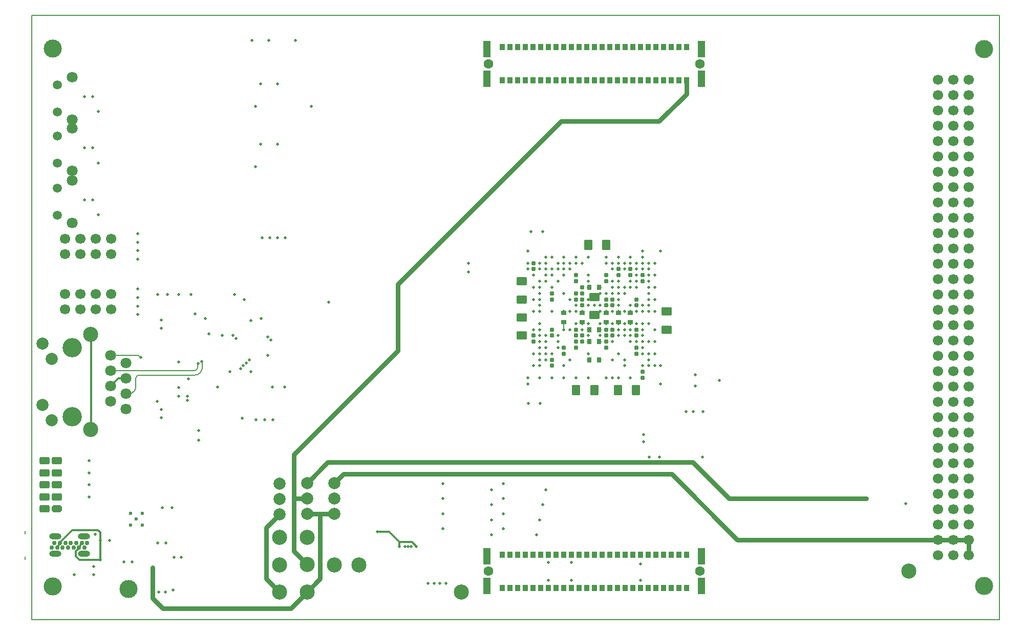
<source format=gbl>
G04*
G04 #@! TF.GenerationSoftware,Altium Limited,Altium Designer,19.0.10 (269)*
G04*
G04 Layer_Physical_Order=6*
G04 Layer_Color=16711680*
%FSLAX44Y44*%
%MOMM*%
G71*
G01*
G75*
%ADD10C,0.1500*%
G04:AMPARAMS|DCode=57|XSize=0.75mm|YSize=0.9mm|CornerRadius=0.0938mm|HoleSize=0mm|Usage=FLASHONLY|Rotation=0.000|XOffset=0mm|YOffset=0mm|HoleType=Round|Shape=RoundedRectangle|*
%AMROUNDEDRECTD57*
21,1,0.7500,0.7125,0,0,0.0*
21,1,0.5625,0.9000,0,0,0.0*
1,1,0.1875,0.2813,-0.3563*
1,1,0.1875,-0.2813,-0.3563*
1,1,0.1875,-0.2813,0.3563*
1,1,0.1875,0.2813,0.3563*
%
%ADD57ROUNDEDRECTD57*%
G04:AMPARAMS|DCode=60|XSize=0.75mm|YSize=0.9mm|CornerRadius=0.0938mm|HoleSize=0mm|Usage=FLASHONLY|Rotation=90.000|XOffset=0mm|YOffset=0mm|HoleType=Round|Shape=RoundedRectangle|*
%AMROUNDEDRECTD60*
21,1,0.7500,0.7125,0,0,90.0*
21,1,0.5625,0.9000,0,0,90.0*
1,1,0.1875,0.3563,0.2813*
1,1,0.1875,0.3563,-0.2813*
1,1,0.1875,-0.3563,-0.2813*
1,1,0.1875,-0.3563,0.2813*
%
%ADD60ROUNDEDRECTD60*%
G04:AMPARAMS|DCode=75|XSize=0.6mm|YSize=0.6mm|CornerRadius=0.075mm|HoleSize=0mm|Usage=FLASHONLY|Rotation=270.000|XOffset=0mm|YOffset=0mm|HoleType=Round|Shape=RoundedRectangle|*
%AMROUNDEDRECTD75*
21,1,0.6000,0.4500,0,0,270.0*
21,1,0.4500,0.6000,0,0,270.0*
1,1,0.1500,-0.2250,-0.2250*
1,1,0.1500,-0.2250,0.2250*
1,1,0.1500,0.2250,0.2250*
1,1,0.1500,0.2250,-0.2250*
%
%ADD75ROUNDEDRECTD75*%
%ADD80R,1.2000X2.7000*%
G04:AMPARAMS|DCode=81|XSize=0.8mm|YSize=1.1mm|CornerRadius=0.1mm|HoleSize=0mm|Usage=FLASHONLY|Rotation=180.000|XOffset=0mm|YOffset=0mm|HoleType=Round|Shape=RoundedRectangle|*
%AMROUNDEDRECTD81*
21,1,0.8000,0.9000,0,0,180.0*
21,1,0.6000,1.1000,0,0,180.0*
1,1,0.2000,-0.3000,0.4500*
1,1,0.2000,0.3000,0.4500*
1,1,0.2000,0.3000,-0.4500*
1,1,0.2000,-0.3000,-0.4500*
%
%ADD81ROUNDEDRECTD81*%
%ADD82C,0.3500*%
%ADD83C,0.8000*%
%ADD84C,2.5000*%
%ADD85C,2.0000*%
%ADD86C,3.0000*%
%ADD87C,1.7000*%
%ADD88C,1.5000*%
%ADD89C,1.8000*%
%ADD90C,3.2000*%
%ADD91C,1.6000*%
G04:AMPARAMS|DCode=92|XSize=1.2192mm|YSize=1.7272mm|CornerRadius=0.3048mm|HoleSize=0mm|Usage=FLASHONLY|Rotation=270.000|XOffset=0mm|YOffset=0mm|HoleType=Round|Shape=RoundedRectangle|*
%AMROUNDEDRECTD92*
21,1,1.2192,1.1176,0,0,270.0*
21,1,0.6096,1.7272,0,0,270.0*
1,1,0.6096,-0.5588,-0.3048*
1,1,0.6096,-0.5588,0.3048*
1,1,0.6096,0.5588,0.3048*
1,1,0.6096,0.5588,-0.3048*
%
%ADD92ROUNDEDRECTD92*%
G04:AMPARAMS|DCode=93|XSize=1.2192mm|YSize=1.7272mm|CornerRadius=0mm|HoleSize=0mm|Usage=FLASHONLY|Rotation=270.000|XOffset=0mm|YOffset=0mm|HoleType=Round|Shape=Octagon|*
%AMOCTAGOND93*
4,1,8,0.8636,0.3048,0.8636,-0.3048,0.5588,-0.6096,-0.5588,-0.6096,-0.8636,-0.3048,-0.8636,0.3048,-0.5588,0.6096,0.5588,0.6096,0.8636,0.3048,0.0*
%
%ADD93OCTAGOND93*%

%ADD94O,2.0000X1.0000*%
%ADD95C,0.7500*%
%ADD96C,0.5000*%
%ADD97C,0.6000*%
G04:AMPARAMS|DCode=110|XSize=1.75mm|YSize=1.35mm|CornerRadius=0.1688mm|HoleSize=0mm|Usage=FLASHONLY|Rotation=180.000|XOffset=0mm|YOffset=0mm|HoleType=Round|Shape=RoundedRectangle|*
%AMROUNDEDRECTD110*
21,1,1.7500,1.0125,0,0,180.0*
21,1,1.4125,1.3500,0,0,180.0*
1,1,0.3375,-0.7063,0.5063*
1,1,0.3375,0.7063,0.5063*
1,1,0.3375,0.7063,-0.5063*
1,1,0.3375,-0.7063,-0.5063*
%
%ADD110ROUNDEDRECTD110*%
G04:AMPARAMS|DCode=111|XSize=1.75mm|YSize=1.35mm|CornerRadius=0.1688mm|HoleSize=0mm|Usage=FLASHONLY|Rotation=90.000|XOffset=0mm|YOffset=0mm|HoleType=Round|Shape=RoundedRectangle|*
%AMROUNDEDRECTD111*
21,1,1.7500,1.0125,0,0,90.0*
21,1,1.4125,1.3500,0,0,90.0*
1,1,0.3375,0.5063,0.7063*
1,1,0.3375,0.5063,-0.7063*
1,1,0.3375,-0.5063,-0.7063*
1,1,0.3375,-0.5063,0.7063*
%
%ADD111ROUNDEDRECTD111*%
D10*
X160654Y374100D02*
G03*
X172000Y385446I0J11346D01*
G01*
X269000Y404500D02*
G03*
X282000Y417500I0J13000D01*
G01*
X177000Y404500D02*
G03*
X172000Y399500I0J-5000D01*
G01*
X269003Y412200D02*
G03*
X274304Y417501I0J5301D01*
G01*
X130500Y437600D02*
X176150D01*
X180000Y433750D01*
X172000Y385446D02*
Y399500D01*
X155900Y374100D02*
X160654D01*
X130500Y412200D02*
X269003D01*
X177000Y404500D02*
X269000D01*
X274209Y423183D02*
X275000Y424000D01*
X282000Y417500D02*
Y426500D01*
X274209Y423183D02*
X274304Y417501D01*
X880000Y480000D02*
Y492000D01*
X45500Y126800D02*
X46500D01*
X42000Y119000D02*
X43000Y118000D01*
X42000Y119000D02*
Y119000D01*
X0Y0D02*
X1600000D01*
Y1000000D01*
X0D02*
X1600000D01*
X0Y0D02*
Y1000000D01*
X-11500Y99900D02*
Y103900D01*
Y141900D02*
Y145900D01*
D57*
X922000Y460000D02*
D03*
X938000D02*
D03*
X922000Y430000D02*
D03*
X938000D02*
D03*
X922000Y550000D02*
D03*
X938000D02*
D03*
X922000Y480000D02*
D03*
X938000D02*
D03*
D60*
X970000Y508000D02*
D03*
Y492000D02*
D03*
X950000Y508000D02*
D03*
Y492000D02*
D03*
X880000D02*
D03*
Y508000D02*
D03*
X990000Y508000D02*
D03*
Y492000D02*
D03*
X910000Y492000D02*
D03*
Y508000D02*
D03*
D75*
X830000Y590000D02*
D03*
X830000Y580000D02*
D03*
X960000Y530000D02*
D03*
X960000Y520000D02*
D03*
X1000000Y440000D02*
D03*
X1000000Y450000D02*
D03*
X910000Y530000D02*
D03*
X910000Y520000D02*
D03*
X950000Y470000D02*
D03*
X950000Y480000D02*
D03*
X990000Y570000D02*
D03*
X990000Y580000D02*
D03*
X860000Y530000D02*
D03*
X860000Y540000D02*
D03*
X1010000Y570000D02*
D03*
X1010000Y560000D02*
D03*
X1000000Y530000D02*
D03*
X1000000Y520000D02*
D03*
X950000Y570000D02*
D03*
X950000Y560000D02*
D03*
X830000Y460000D02*
D03*
X830000Y470000D02*
D03*
X910000Y550000D02*
D03*
X910000Y540000D02*
D03*
X900000Y570000D02*
D03*
X900000Y560000D02*
D03*
X950000Y520000D02*
D03*
X950000Y530000D02*
D03*
X900000Y450000D02*
D03*
X900000Y460000D02*
D03*
X900000Y470000D02*
D03*
X900000Y480000D02*
D03*
X860000Y420000D02*
D03*
X860000Y430000D02*
D03*
X910000Y460000D02*
D03*
X910000Y470000D02*
D03*
X880000Y440000D02*
D03*
X880000Y450000D02*
D03*
X900000Y540000D02*
D03*
X900000Y530000D02*
D03*
X1010000Y400000D02*
D03*
X1010000Y410000D02*
D03*
X950000Y450000D02*
D03*
X950000Y460000D02*
D03*
X860000Y480000D02*
D03*
X860000Y470000D02*
D03*
X1000000Y480000D02*
D03*
X1000000Y470000D02*
D03*
X970000Y580000D02*
D03*
X970000Y570000D02*
D03*
X960000Y470000D02*
D03*
X960000Y480000D02*
D03*
D80*
X752500Y895500D02*
D03*
Y944500D02*
D03*
X1107500Y895500D02*
D03*
Y944500D02*
D03*
X752500Y55500D02*
D03*
Y104500D02*
D03*
X1107500Y55500D02*
D03*
Y104500D02*
D03*
D81*
X777600Y892500D02*
D03*
D03*
X790300D02*
D03*
X803000D02*
D03*
X815700D02*
D03*
X828400D02*
D03*
X841100D02*
D03*
X853800D02*
D03*
X866500D02*
D03*
X879200D02*
D03*
X891900D02*
D03*
X904600D02*
D03*
X917300D02*
D03*
X930000D02*
D03*
X942700D02*
D03*
X955400D02*
D03*
X968100D02*
D03*
X980800D02*
D03*
X993500D02*
D03*
X1006200D02*
D03*
X1018900D02*
D03*
X777600Y947500D02*
D03*
D03*
X790300D02*
D03*
X803000D02*
D03*
X815700D02*
D03*
X828400D02*
D03*
X841100D02*
D03*
X853800D02*
D03*
X866500D02*
D03*
X879200D02*
D03*
X891900D02*
D03*
X904600D02*
D03*
X917300D02*
D03*
X930000D02*
D03*
X942700D02*
D03*
X955400D02*
D03*
X968100D02*
D03*
X980800D02*
D03*
X993500D02*
D03*
X1006200D02*
D03*
X1018900D02*
D03*
X1044300D02*
D03*
X1057000D02*
D03*
X1031600Y892500D02*
D03*
X1044300D02*
D03*
X1057000D02*
D03*
X1069700D02*
D03*
X1031600Y947500D02*
D03*
X1069700D02*
D03*
X1082400D02*
D03*
Y892500D02*
D03*
X777600Y52500D02*
D03*
D03*
X790300D02*
D03*
X803000D02*
D03*
X815700D02*
D03*
X828400D02*
D03*
X841100D02*
D03*
X853800D02*
D03*
X866500D02*
D03*
X879200D02*
D03*
X891900D02*
D03*
X904600D02*
D03*
X917300D02*
D03*
X930000D02*
D03*
X942700D02*
D03*
X955400D02*
D03*
X968100D02*
D03*
X980800D02*
D03*
X993500D02*
D03*
X1006200D02*
D03*
X1018900D02*
D03*
X777600Y107500D02*
D03*
D03*
X790300D02*
D03*
X803000D02*
D03*
X815700D02*
D03*
X828400D02*
D03*
X841100D02*
D03*
X853800D02*
D03*
X866500D02*
D03*
X879200D02*
D03*
X891900D02*
D03*
X904600D02*
D03*
X917300D02*
D03*
X930000D02*
D03*
X942700D02*
D03*
X955400D02*
D03*
X968100D02*
D03*
X980800D02*
D03*
X993500D02*
D03*
X1006200D02*
D03*
X1018900D02*
D03*
X1044300D02*
D03*
X1057000D02*
D03*
X1031600Y52500D02*
D03*
X1044300D02*
D03*
X1057000D02*
D03*
X1069700D02*
D03*
X1031600Y107500D02*
D03*
X1069700D02*
D03*
X1082400D02*
D03*
Y52500D02*
D03*
D82*
X143200Y399500D02*
X155900D01*
X130500Y386800D02*
X143200Y399500D01*
X45500Y126800D02*
X66700Y148000D01*
X73000Y113000D02*
X78500Y118500D01*
X113000Y131000D02*
Y144000D01*
X109000Y148000D02*
X113000Y144000D01*
X66700Y148000D02*
X109000D01*
X98000Y314000D02*
Y471370D01*
X97480Y471890D02*
X98000Y471370D01*
X97590Y314410D02*
X98000Y314000D01*
X97480Y314410D02*
X97590D01*
X628936Y128000D02*
X636000Y120936D01*
X591000Y145000D02*
X608000Y128000D01*
X571000Y145000D02*
X591000D01*
X608000Y128000D02*
X628936D01*
X608000Y121000D02*
Y128000D01*
X635970Y120906D02*
X636000Y120936D01*
X78000Y119000D02*
X82500Y126800D01*
X79000Y99000D02*
X113000D01*
X73000Y105000D02*
X79000Y99000D01*
X73000Y105000D02*
Y113000D01*
X113000Y99000D02*
Y131000D01*
X42000Y119000D02*
X46500Y126800D01*
X78000Y119000D02*
X78000D01*
D83*
X875000Y825000D02*
X1037400D01*
X605000Y555000D02*
X875000Y825000D01*
X605000Y445000D02*
Y555000D01*
X428000Y18000D02*
X455000Y45000D01*
X217000Y18000D02*
X428000D01*
X200000Y35000D02*
X217000Y18000D01*
X1375000Y200000D02*
X1380000D01*
X1370000D02*
X1375000D01*
X1153000D02*
X1370000D01*
X1037400Y825000D02*
X1082400Y870000D01*
X433000Y113000D02*
X455000Y91000D01*
X433000Y113000D02*
Y200000D01*
X455000D01*
X433000D02*
Y273000D01*
X1082400Y870000D02*
Y892500D01*
X433000Y273000D02*
X605000Y445000D01*
X1058000Y241000D02*
X1167000Y132000D01*
X515600Y241000D02*
X1058000D01*
X500000Y225400D02*
X515600Y241000D01*
X1093000Y260000D02*
X1153000Y200000D01*
X489600Y260000D02*
X1093000D01*
X455000Y225400D02*
X489600Y260000D01*
X1523600Y132000D02*
X1549000D01*
X1498200D02*
X1523600D01*
X1167000D02*
X1498200D01*
X1549000Y106600D02*
Y132000D01*
X409000Y224000D02*
X410000Y225000D01*
X388000Y152200D02*
X410000Y174200D01*
X388000Y66996D02*
Y152200D01*
Y66996D02*
X410000Y44996D01*
X477000Y67000D02*
Y174600D01*
X455000D02*
X477000D01*
X478000Y174200D02*
X478400Y174600D01*
X500000D01*
X455000Y45000D02*
X477000Y67000D01*
X200000Y80000D02*
Y86000D01*
Y74000D02*
Y80000D01*
Y35000D02*
Y74000D01*
D84*
X541000Y90000D02*
D03*
X455000Y45000D02*
D03*
X410000Y44996D02*
D03*
X97480Y471890D02*
D03*
Y314410D02*
D03*
X1450000Y80000D02*
D03*
X410000Y90000D02*
D03*
X710000Y45000D02*
D03*
X500000Y90000D02*
D03*
X455000Y136000D02*
D03*
X410000D02*
D03*
X455000Y91000D02*
D03*
D85*
Y200000D02*
D03*
X455000Y225400D02*
D03*
Y174600D02*
D03*
X500000Y200000D02*
D03*
X500000Y225400D02*
D03*
Y174600D02*
D03*
X410000Y199600D02*
D03*
X410000Y225000D02*
D03*
Y174200D02*
D03*
X17978Y456396D02*
D03*
X33218Y329904D02*
D03*
Y430996D02*
D03*
X17978Y355304D02*
D03*
D86*
X160000Y50000D02*
D03*
X35000Y945000D02*
D03*
Y55000D02*
D03*
X1575000Y55500D02*
D03*
Y944500D02*
D03*
D87*
X55000Y539000D02*
D03*
Y513600D02*
D03*
X80400D02*
D03*
Y539000D02*
D03*
X131200D02*
D03*
Y513600D02*
D03*
X105800D02*
D03*
Y539000D02*
D03*
X55000Y630700D02*
D03*
Y605300D02*
D03*
X80400D02*
D03*
Y630700D02*
D03*
X131200D02*
D03*
Y605300D02*
D03*
X105800D02*
D03*
Y630700D02*
D03*
X1549000Y894000D02*
D03*
X1498200D02*
D03*
X1549000Y868600D02*
D03*
Y843200D02*
D03*
Y817800D02*
D03*
Y792400D02*
D03*
Y767000D02*
D03*
Y741600D02*
D03*
Y716200D02*
D03*
Y690800D02*
D03*
Y665400D02*
D03*
Y640000D02*
D03*
Y614600D02*
D03*
Y589200D02*
D03*
Y563800D02*
D03*
Y538400D02*
D03*
Y513000D02*
D03*
Y487600D02*
D03*
Y462200D02*
D03*
Y436800D02*
D03*
Y411400D02*
D03*
Y386000D02*
D03*
Y360600D02*
D03*
Y335200D02*
D03*
Y309800D02*
D03*
Y284400D02*
D03*
Y259000D02*
D03*
Y233600D02*
D03*
Y208200D02*
D03*
Y182800D02*
D03*
Y157400D02*
D03*
Y132000D02*
D03*
Y106600D02*
D03*
X1523600Y894000D02*
D03*
Y868600D02*
D03*
Y843200D02*
D03*
Y817800D02*
D03*
Y792400D02*
D03*
Y767000D02*
D03*
Y741600D02*
D03*
Y716200D02*
D03*
Y690800D02*
D03*
Y665400D02*
D03*
Y640000D02*
D03*
Y614600D02*
D03*
Y589200D02*
D03*
Y563800D02*
D03*
Y538400D02*
D03*
Y513000D02*
D03*
Y487600D02*
D03*
Y462200D02*
D03*
Y436800D02*
D03*
Y411400D02*
D03*
Y386000D02*
D03*
Y360600D02*
D03*
Y335200D02*
D03*
Y309800D02*
D03*
Y284400D02*
D03*
Y259000D02*
D03*
Y233600D02*
D03*
Y208200D02*
D03*
Y182800D02*
D03*
Y157400D02*
D03*
Y132000D02*
D03*
Y106600D02*
D03*
X1498200Y868600D02*
D03*
Y843200D02*
D03*
Y817800D02*
D03*
Y792400D02*
D03*
Y767000D02*
D03*
Y741600D02*
D03*
Y716200D02*
D03*
Y690800D02*
D03*
Y665400D02*
D03*
Y640000D02*
D03*
Y614600D02*
D03*
Y589200D02*
D03*
Y563800D02*
D03*
Y538400D02*
D03*
Y513000D02*
D03*
Y487600D02*
D03*
Y462200D02*
D03*
Y436800D02*
D03*
Y411400D02*
D03*
Y386000D02*
D03*
Y360600D02*
D03*
Y335200D02*
D03*
Y309800D02*
D03*
Y284400D02*
D03*
Y259000D02*
D03*
Y233600D02*
D03*
Y208200D02*
D03*
Y182800D02*
D03*
Y157400D02*
D03*
Y132000D02*
D03*
Y106600D02*
D03*
D88*
X42000Y885500D02*
D03*
Y840500D02*
D03*
Y714500D02*
D03*
Y669500D02*
D03*
Y800500D02*
D03*
Y755500D02*
D03*
D89*
X67000Y898000D02*
D03*
Y828000D02*
D03*
Y727000D02*
D03*
Y657000D02*
D03*
Y813000D02*
D03*
Y743000D02*
D03*
X155900Y399500D02*
D03*
X130500Y386800D02*
D03*
X155900Y424900D02*
D03*
X130500Y437600D02*
D03*
Y412200D02*
D03*
X155900Y374100D02*
D03*
Y348700D02*
D03*
X130500Y361400D02*
D03*
D90*
X67000Y450300D02*
D03*
Y336000D02*
D03*
D91*
X1104500Y920000D02*
D03*
X755500D02*
D03*
X1104500Y80000D02*
D03*
X755500D02*
D03*
Y920000D02*
D03*
X1104500D02*
D03*
X755500Y80000D02*
D03*
X1104500D02*
D03*
D92*
X41000Y243000D02*
D03*
X21000D02*
D03*
X41000Y263000D02*
D03*
Y203000D02*
D03*
Y223000D02*
D03*
X21000Y263000D02*
D03*
Y203000D02*
D03*
Y223000D02*
D03*
Y183000D02*
D03*
D93*
X41000D02*
D03*
D94*
X86500Y108600D02*
D03*
X38500D02*
D03*
Y137200D02*
D03*
X86500D02*
D03*
D95*
X33000Y119000D02*
D03*
X42000D02*
D03*
X51000D02*
D03*
X60000D02*
D03*
X69000D02*
D03*
X37500Y126800D02*
D03*
X46500D02*
D03*
X55500D02*
D03*
X64500D02*
D03*
X73500D02*
D03*
X78000Y119000D02*
D03*
X82500Y126800D02*
D03*
X87000Y119000D02*
D03*
X91500Y126800D02*
D03*
D96*
X180000Y433750D02*
D03*
X281000Y427500D02*
D03*
X275000Y424000D02*
D03*
X940000Y550000D02*
D03*
X920000D02*
D03*
X70000Y74000D02*
D03*
X920000Y470000D02*
D03*
X1445000Y192000D02*
D03*
X777600Y52500D02*
D03*
X790300D02*
D03*
X803000D02*
D03*
X815700D02*
D03*
X828400D02*
D03*
X841100D02*
D03*
X853800D02*
D03*
X942700D02*
D03*
X930000D02*
D03*
X917300D02*
D03*
X904600D02*
D03*
X891900D02*
D03*
X879200D02*
D03*
X866500D02*
D03*
X1031600D02*
D03*
X1018900D02*
D03*
X1006200D02*
D03*
X993500D02*
D03*
X980800D02*
D03*
X968100D02*
D03*
X955400D02*
D03*
X1082400D02*
D03*
X1069700D02*
D03*
X1057000D02*
D03*
X1044300D02*
D03*
X777600Y107500D02*
D03*
X790300D02*
D03*
X803000D02*
D03*
X815700D02*
D03*
X828400D02*
D03*
X841100D02*
D03*
X853800D02*
D03*
X942700D02*
D03*
X930000D02*
D03*
X917300D02*
D03*
X904600D02*
D03*
X891900D02*
D03*
X879200D02*
D03*
X866500D02*
D03*
X1031600D02*
D03*
X1018900D02*
D03*
X1006200D02*
D03*
X993500D02*
D03*
X980800D02*
D03*
X968100D02*
D03*
X955400D02*
D03*
X1082400D02*
D03*
X1069700D02*
D03*
X1057000D02*
D03*
X1044300D02*
D03*
X777600Y947500D02*
D03*
X790300D02*
D03*
X803000D02*
D03*
X815700D02*
D03*
X828400D02*
D03*
X841100D02*
D03*
X853800D02*
D03*
X942700D02*
D03*
X930000D02*
D03*
X917300D02*
D03*
X904600D02*
D03*
X891900D02*
D03*
X879200D02*
D03*
X866500D02*
D03*
X1031600D02*
D03*
X1018900D02*
D03*
X1006200D02*
D03*
X993500D02*
D03*
X980800D02*
D03*
X968100D02*
D03*
X955400D02*
D03*
X1082400D02*
D03*
X1069700D02*
D03*
X1057000D02*
D03*
X1044300D02*
D03*
Y892500D02*
D03*
X1057000D02*
D03*
X1069700D02*
D03*
X1082400D02*
D03*
X955400D02*
D03*
X968100D02*
D03*
X980800D02*
D03*
X993500D02*
D03*
X1006200D02*
D03*
X1018900D02*
D03*
X1031600D02*
D03*
X866500D02*
D03*
X879200D02*
D03*
X891900D02*
D03*
X904600D02*
D03*
X917300D02*
D03*
X930000D02*
D03*
X942700D02*
D03*
X853800D02*
D03*
X841100D02*
D03*
X828400D02*
D03*
X815700D02*
D03*
X803000D02*
D03*
X790300D02*
D03*
X777600D02*
D03*
X1380000Y200000D02*
D03*
X1375000D02*
D03*
X680000Y225000D02*
D03*
Y200000D02*
D03*
Y175000D02*
D03*
Y150000D02*
D03*
X835000Y140000D02*
D03*
X840000Y165000D02*
D03*
X760000D02*
D03*
X845000Y190000D02*
D03*
X850000Y215000D02*
D03*
X760000D02*
D03*
X780000Y225000D02*
D03*
X760000Y190000D02*
D03*
X780000Y200000D02*
D03*
Y175000D02*
D03*
Y150000D02*
D03*
X760000Y140000D02*
D03*
X950000Y620000D02*
D03*
X920000D02*
D03*
X1050000Y480000D02*
D03*
Y510000D02*
D03*
X1030000Y530000D02*
D03*
Y510000D02*
D03*
X1000000Y380000D02*
D03*
X970000D02*
D03*
X930000D02*
D03*
X900000D02*
D03*
X920000Y600000D02*
D03*
Y400000D02*
D03*
X810000Y560000D02*
D03*
Y530000D02*
D03*
X810000Y470000D02*
D03*
Y500000D02*
D03*
X880000Y480000D02*
D03*
X930000Y500000D02*
D03*
X1370000Y200000D02*
D03*
X722000Y575000D02*
D03*
Y590000D02*
D03*
X820000D02*
D03*
X462000Y850000D02*
D03*
X392000Y959000D02*
D03*
X491000Y525000D02*
D03*
X110000Y841000D02*
D03*
Y756000D02*
D03*
Y670000D02*
D03*
X370000Y750000D02*
D03*
Y850000D02*
D03*
X419000Y632000D02*
D03*
X406300D02*
D03*
X393600D02*
D03*
X380900D02*
D03*
X101000Y866000D02*
D03*
X87000D02*
D03*
X101000Y781000D02*
D03*
X87000D02*
D03*
X101000Y695000D02*
D03*
X87000D02*
D03*
X406000Y787000D02*
D03*
X378000D02*
D03*
X406000Y887000D02*
D03*
X378000Y887000D02*
D03*
X364000Y959000D02*
D03*
X436000D02*
D03*
X175000Y547000D02*
D03*
X175000Y533000D02*
D03*
Y519000D02*
D03*
Y505000D02*
D03*
X175000Y638700D02*
D03*
X175000Y624700D02*
D03*
Y610700D02*
D03*
Y596700D02*
D03*
X821000Y358000D02*
D03*
X841000D02*
D03*
X825000Y642000D02*
D03*
X845000D02*
D03*
X860000Y470000D02*
D03*
X860000Y480000D02*
D03*
X262999Y538000D02*
D03*
X243000D02*
D03*
X224000D02*
D03*
X208000D02*
D03*
X270000Y506000D02*
D03*
X315000Y470000D02*
D03*
X214000Y482000D02*
D03*
Y496000D02*
D03*
X332500Y470000D02*
D03*
X337500Y465000D02*
D03*
X276000Y313000D02*
D03*
Y297000D02*
D03*
X418000Y385000D02*
D03*
X390000Y467500D02*
D03*
X395000Y462500D02*
D03*
X345000Y415000D02*
D03*
X350000Y420000D02*
D03*
X355000Y425000D02*
D03*
X360000Y430000D02*
D03*
X399000Y331000D02*
D03*
X371000D02*
D03*
X385000D02*
D03*
X348000Y333000D02*
D03*
X390000Y437500D02*
D03*
X327500Y410240D02*
D03*
X307500Y385000D02*
D03*
X362500Y410240D02*
D03*
X335000Y538000D02*
D03*
X351000Y530000D02*
D03*
X362500Y495000D02*
D03*
X379000Y498000D02*
D03*
X287000D02*
D03*
X292620Y473000D02*
D03*
X398000Y385000D02*
D03*
X259000Y398000D02*
D03*
X257000Y370000D02*
D03*
Y363000D02*
D03*
X243000Y370000D02*
D03*
Y384000D02*
D03*
X207000Y361000D02*
D03*
X214500Y334000D02*
D03*
Y348000D02*
D03*
X242500Y426000D02*
D03*
X200000Y86000D02*
D03*
Y80000D02*
D03*
Y74000D02*
D03*
X685000Y60000D02*
D03*
X675000D02*
D03*
X665000D02*
D03*
X655000D02*
D03*
X571000Y145000D02*
D03*
X626970Y121000D02*
D03*
X621970D02*
D03*
X616970D02*
D03*
X635970Y120906D02*
D03*
X608000Y121000D02*
D03*
X233500Y49000D02*
D03*
X247000Y103000D02*
D03*
X235500D02*
D03*
X210000Y44996D02*
D03*
X220500D02*
D03*
X113000Y99000D02*
D03*
X920000Y440000D02*
D03*
X232000Y185000D02*
D03*
X216000D02*
D03*
X95000Y263000D02*
D03*
Y243000D02*
D03*
Y223000D02*
D03*
Y203000D02*
D03*
X105000Y141000D02*
D03*
X129000Y131000D02*
D03*
X166000Y95000D02*
D03*
X152000D02*
D03*
X113000Y131000D02*
D03*
X208000Y127000D02*
D03*
X222000D02*
D03*
X102000Y74000D02*
D03*
Y88000D02*
D03*
X1012000Y306000D02*
D03*
X1137000Y396000D02*
D03*
X1097000Y386800D02*
D03*
X891900Y94800D02*
D03*
Y65200D02*
D03*
X853800Y94800D02*
D03*
Y65200D02*
D03*
X1006200D02*
D03*
Y92300D02*
D03*
X1038000Y269000D02*
D03*
X1012000Y294000D02*
D03*
X1021000Y269000D02*
D03*
X1109000D02*
D03*
X1110000Y344000D02*
D03*
X1082000D02*
D03*
X1094000D02*
D03*
X1097000Y405000D02*
D03*
X1040000Y420000D02*
D03*
X960000Y590000D02*
D03*
X980000Y580000D02*
D03*
X1020000Y510000D02*
D03*
X1010000D02*
D03*
X1000000D02*
D03*
X990000D02*
D03*
X980000D02*
D03*
X910000D02*
D03*
X900000D02*
D03*
X890000D02*
D03*
X880000D02*
D03*
X860000D02*
D03*
X840000D02*
D03*
X830000D02*
D03*
X840000Y520000D02*
D03*
X910000D02*
D03*
X940000D02*
D03*
X950000D02*
D03*
X960000D02*
D03*
X970000D02*
D03*
X990000D02*
D03*
X1010000D02*
D03*
X1020000D02*
D03*
X830000Y530000D02*
D03*
X840000D02*
D03*
X860000D02*
D03*
X890000D02*
D03*
X910000D02*
D03*
X950000D02*
D03*
X960000D02*
D03*
X1020000D02*
D03*
X840000Y540000D02*
D03*
X860000D02*
D03*
X880000D02*
D03*
X940000D02*
D03*
X950000D02*
D03*
X960000D02*
D03*
X980000D02*
D03*
X1020000D02*
D03*
X830000Y550000D02*
D03*
X840000D02*
D03*
X860000D02*
D03*
X910000D02*
D03*
X960000D02*
D03*
X970000D02*
D03*
X980000D02*
D03*
X990000D02*
D03*
X1000000D02*
D03*
X1020000D02*
D03*
X1030000D02*
D03*
X840000Y560000D02*
D03*
X850000D02*
D03*
X870000D02*
D03*
X920000D02*
D03*
X960000D02*
D03*
X970000D02*
D03*
X990000D02*
D03*
X1000000D02*
D03*
X1020000D02*
D03*
X830000Y570000D02*
D03*
X850000D02*
D03*
X860000D02*
D03*
X880000D02*
D03*
X900000D02*
D03*
X920000D02*
D03*
X950000D02*
D03*
X970000D02*
D03*
X990000D02*
D03*
X1000000D02*
D03*
X1010000D02*
D03*
X1020000D02*
D03*
X1030000D02*
D03*
X820000Y580000D02*
D03*
X840000D02*
D03*
X850000D02*
D03*
X860000D02*
D03*
X870000D02*
D03*
X880000D02*
D03*
X890000D02*
D03*
X960000D02*
D03*
X1000000D02*
D03*
X1010000D02*
D03*
X1020000D02*
D03*
X830000Y590000D02*
D03*
X840000D02*
D03*
X850000D02*
D03*
X870000D02*
D03*
X880000D02*
D03*
X890000D02*
D03*
X900000D02*
D03*
X910000D02*
D03*
X950000D02*
D03*
X970000D02*
D03*
X980000D02*
D03*
X990000D02*
D03*
X1000000D02*
D03*
X1010000D02*
D03*
X1020000D02*
D03*
X1030000D02*
D03*
X850000Y600000D02*
D03*
X860000D02*
D03*
X880000D02*
D03*
X900000D02*
D03*
X950000D02*
D03*
X970000D02*
D03*
X990000D02*
D03*
X1010000D02*
D03*
X820000Y610000D02*
D03*
X1010000D02*
D03*
X1040000D02*
D03*
Y390000D02*
D03*
X820000D02*
D03*
X1010000Y400000D02*
D03*
X990000D02*
D03*
X970000D02*
D03*
X960000D02*
D03*
X950000D02*
D03*
X900000D02*
D03*
X880000D02*
D03*
X860000D02*
D03*
X840000D02*
D03*
X820000D02*
D03*
X1010000Y410000D02*
D03*
X1030000Y420000D02*
D03*
X1020000D02*
D03*
X1010000D02*
D03*
X980000D02*
D03*
X880000D02*
D03*
X860000D02*
D03*
X840000D02*
D03*
X830000D02*
D03*
X1020000Y430000D02*
D03*
X980000D02*
D03*
X960000D02*
D03*
X890000D02*
D03*
X860000D02*
D03*
X850000D02*
D03*
X840000D02*
D03*
X1020000Y440000D02*
D03*
X1010000D02*
D03*
X970000D02*
D03*
X860000D02*
D03*
X850000D02*
D03*
X840000D02*
D03*
X830000D02*
D03*
X1010000Y450000D02*
D03*
X900000D02*
D03*
X880000D02*
D03*
X870000D02*
D03*
X850000D02*
D03*
X840000D02*
D03*
X1030000Y460000D02*
D03*
X1020000D02*
D03*
X1010000D02*
D03*
X1000000D02*
D03*
X990000D02*
D03*
X960000D02*
D03*
X950000D02*
D03*
X940000D02*
D03*
X900000D02*
D03*
X850000D02*
D03*
X840000D02*
D03*
X830000D02*
D03*
X1010000Y470000D02*
D03*
X1000000D02*
D03*
X990000D02*
D03*
X980000D02*
D03*
X970000D02*
D03*
X950000D02*
D03*
X940000D02*
D03*
X900000D02*
D03*
X870000D02*
D03*
X850000D02*
D03*
X840000D02*
D03*
X1030000Y480000D02*
D03*
X1010000D02*
D03*
X990000D02*
D03*
X980000D02*
D03*
X970000D02*
D03*
X950000D02*
D03*
X940000D02*
D03*
X910000D02*
D03*
X900000D02*
D03*
X890000D02*
D03*
X840000D02*
D03*
X830000D02*
D03*
X840000Y490000D02*
D03*
X900000D02*
D03*
X910000D02*
D03*
X940000D02*
D03*
X950000D02*
D03*
X960000D02*
D03*
X980000D02*
D03*
X1000000D02*
D03*
X1010000D02*
D03*
X1020000D02*
D03*
X960000Y510000D02*
D03*
X920000Y490000D02*
D03*
Y480000D02*
D03*
X960000Y470000D02*
D03*
Y480000D02*
D03*
X900000Y520000D02*
D03*
X950000Y510000D02*
D03*
X940000D02*
D03*
X990000Y490000D02*
D03*
X920000Y530000D02*
D03*
Y520000D02*
D03*
X930000Y520000D02*
D03*
X970000Y490000D02*
D03*
Y510000D02*
D03*
X900000Y530000D02*
D03*
Y540000D02*
D03*
X910000Y470000D02*
D03*
Y460000D02*
D03*
X920000D02*
D03*
X970000Y580000D02*
D03*
X870000Y460000D02*
D03*
X880000Y440000D02*
D03*
X970000Y530000D02*
D03*
Y540000D02*
D03*
X990000Y580000D02*
D03*
X910000Y540000D02*
D03*
X900000Y560000D02*
D03*
X950000D02*
D03*
X1000000Y480000D02*
D03*
Y520000D02*
D03*
Y530000D02*
D03*
Y450000D02*
D03*
Y440000D02*
D03*
X1010000Y560000D02*
D03*
X940000Y430000D02*
D03*
X920000D02*
D03*
X950000Y450000D02*
D03*
X830000Y580000D02*
D03*
Y470000D02*
D03*
X1030000Y440000D02*
D03*
D97*
X163000Y176000D02*
D03*
Y156000D02*
D03*
X183000D02*
D03*
Y176000D02*
D03*
X173000Y166000D02*
D03*
D110*
X810000Y470000D02*
D03*
Y500000D02*
D03*
X810000Y530000D02*
D03*
Y560000D02*
D03*
X1050000Y510000D02*
D03*
Y480000D02*
D03*
X930000Y504000D02*
D03*
Y534000D02*
D03*
D111*
X930000Y380000D02*
D03*
X900000D02*
D03*
X920000Y620000D02*
D03*
X950000D02*
D03*
X969000Y380000D02*
D03*
X999000D02*
D03*
M02*

</source>
